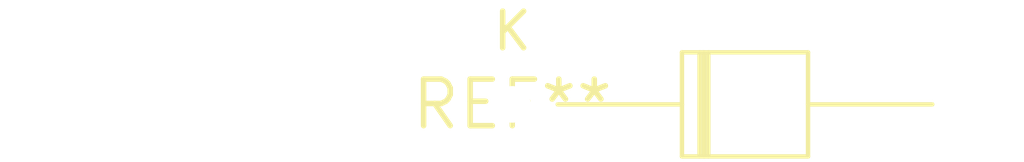
<source format=kicad_pcb>
(kicad_pcb (version 20240108) (generator pcbnew)
  (layers (0 "F.Cu" signal) (31 "B.Cu" signal) (34 "B.Paste" user) (35 "F.Paste" user) (36 "B.SilkS" user "B.Silkscreen") (37 "F.SilkS" user "F.Silkscreen") (38 "B.Mask" user) (39 "F.Mask" user) (44 "Edge.Cuts" user))
  (net 0 "")
  (footprint "D_T-1_P12.70mm_Horizontal" (layer "F.Cu") (at 0 0)
    (property "Reference" "REF**")
    (property "Value" "D_T-1_P12.70mm_Horizontal")
    (fp_line (start 1.24 0) (end 4.63 0) (layer "F.SilkS") (stroke (width 0.12)))
    (fp_line (start 4.63 -1.42) (end 4.63 1.42) (layer "F.SilkS") (stroke (width 0.12)))
    (fp_line (start 4.63 1.42) (end 8.07 1.42) (layer "F.SilkS") (stroke (width 0.12)))
    (fp_line (start 5.11 -1.42) (end 5.11 1.42) (layer "F.SilkS") (stroke (width 0.12)))
    (fp_line (start 5.23 -1.42) (end 5.23 1.42) (layer "F.SilkS") (stroke (width 0.12)))
    (fp_line (start 5.35 -1.42) (end 5.35 1.42) (layer "F.SilkS") (stroke (width 0.12)))
    (fp_line (start 8.07 -1.42) (end 4.63 -1.42) (layer "F.SilkS") (stroke (width 0.12)))
    (fp_line (start 8.07 1.42) (end 8.07 -1.42) (layer "F.SilkS") (stroke (width 0.12)))
    (fp_line (start 11.46 0) (end 8.07 0) (layer "F.SilkS") (stroke (width 0.12)))
    (fp_text user "K" (at 0 -2 0) (layer "F.SilkS"))
    (pad "1" thru_hole rect (at 0 0) (size 2 2) (drill 1) (layers *.Cu *.Mask) (remove_unused_layers))
    (pad "2" thru_hole oval (at 12.7 0) (size 2 2) (drill 1) (layers *.Cu *.Mask) (remove_unused_layers))
  )
)
</source>
